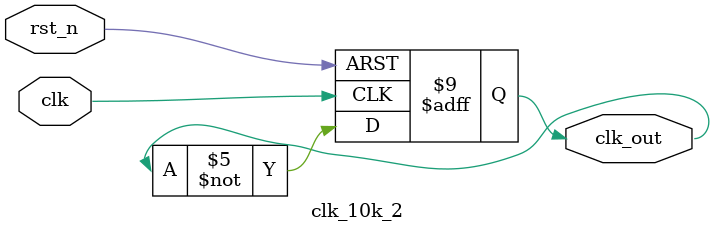
<source format=v>
module clk_10k_2 (
	input clk,    // Clock
	
	input rst_n,  // Asynchronous reset active low
	output reg clk_out
);

reg [31:0]cnt;
parameter cnt_num = 50_000_000 / 10_000 /2 - 1;

always @(posedge clk or negedge rst_n) 
begin : proc_
	if(~rst_n) begin
		clk_out <= 0;
	end else begin
		  	if(cnt < cnt_num) begin
		  		cnt <= cnt + 1;
		  	end
		  	else
		  		cnt <= 0;
		  		clk_out <= ~clk_out;
	end
end

endmodule
</source>
